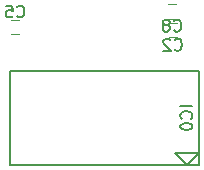
<source format=gbo>
G04 #@! TF.FileFunction,Legend,Bot*
%FSLAX46Y46*%
G04 Gerber Fmt 4.6, Leading zero omitted, Abs format (unit mm)*
G04 Created by KiCad (PCBNEW 4.0.7) date 01/09/18 02:40:13*
%MOMM*%
%LPD*%
G01*
G04 APERTURE LIST*
%ADD10C,0.100000*%
%ADD11C,0.150000*%
%ADD12C,0.120000*%
G04 APERTURE END LIST*
D10*
D11*
X190600000Y-88100000D02*
X191600000Y-87100000D01*
X191600000Y-87100000D02*
X189600000Y-87100000D01*
X189600000Y-87100000D02*
X190600000Y-88100000D01*
X191600000Y-88100000D02*
X191600000Y-80100000D01*
X191600000Y-80100000D02*
X175600000Y-80100000D01*
X175600000Y-80100000D02*
X175600000Y-88100000D01*
X175600000Y-88100000D02*
X191600000Y-88100000D01*
D12*
X189050000Y-77300000D02*
X189750000Y-77300000D01*
X189750000Y-76100000D02*
X189050000Y-76100000D01*
X176400000Y-75800000D02*
X175700000Y-75800000D01*
X175700000Y-77000000D02*
X176400000Y-77000000D01*
X189000000Y-75700000D02*
X189700000Y-75700000D01*
X189700000Y-74500000D02*
X189000000Y-74500000D01*
D11*
X191052381Y-83123810D02*
X190052381Y-83123810D01*
X190957143Y-84171429D02*
X191004762Y-84123810D01*
X191052381Y-83980953D01*
X191052381Y-83885715D01*
X191004762Y-83742857D01*
X190909524Y-83647619D01*
X190814286Y-83600000D01*
X190623810Y-83552381D01*
X190480952Y-83552381D01*
X190290476Y-83600000D01*
X190195238Y-83647619D01*
X190100000Y-83742857D01*
X190052381Y-83885715D01*
X190052381Y-83980953D01*
X190100000Y-84123810D01*
X190147619Y-84171429D01*
X190052381Y-84790476D02*
X190052381Y-84885715D01*
X190100000Y-84980953D01*
X190147619Y-85028572D01*
X190242857Y-85076191D01*
X190433333Y-85123810D01*
X190671429Y-85123810D01*
X190861905Y-85076191D01*
X190957143Y-85028572D01*
X191004762Y-84980953D01*
X191052381Y-84885715D01*
X191052381Y-84790476D01*
X191004762Y-84695238D01*
X190957143Y-84647619D01*
X190861905Y-84600000D01*
X190671429Y-84552381D01*
X190433333Y-84552381D01*
X190242857Y-84600000D01*
X190147619Y-84647619D01*
X190100000Y-84695238D01*
X190052381Y-84790476D01*
X189566666Y-78307143D02*
X189614285Y-78354762D01*
X189757142Y-78402381D01*
X189852380Y-78402381D01*
X189995238Y-78354762D01*
X190090476Y-78259524D01*
X190138095Y-78164286D01*
X190185714Y-77973810D01*
X190185714Y-77830952D01*
X190138095Y-77640476D01*
X190090476Y-77545238D01*
X189995238Y-77450000D01*
X189852380Y-77402381D01*
X189757142Y-77402381D01*
X189614285Y-77450000D01*
X189566666Y-77497619D01*
X189185714Y-77497619D02*
X189138095Y-77450000D01*
X189042857Y-77402381D01*
X188804761Y-77402381D01*
X188709523Y-77450000D01*
X188661904Y-77497619D01*
X188614285Y-77592857D01*
X188614285Y-77688095D01*
X188661904Y-77830952D01*
X189233333Y-78402381D01*
X188614285Y-78402381D01*
X176216666Y-75507143D02*
X176264285Y-75554762D01*
X176407142Y-75602381D01*
X176502380Y-75602381D01*
X176645238Y-75554762D01*
X176740476Y-75459524D01*
X176788095Y-75364286D01*
X176835714Y-75173810D01*
X176835714Y-75030952D01*
X176788095Y-74840476D01*
X176740476Y-74745238D01*
X176645238Y-74650000D01*
X176502380Y-74602381D01*
X176407142Y-74602381D01*
X176264285Y-74650000D01*
X176216666Y-74697619D01*
X175311904Y-74602381D02*
X175788095Y-74602381D01*
X175835714Y-75078571D01*
X175788095Y-75030952D01*
X175692857Y-74983333D01*
X175454761Y-74983333D01*
X175359523Y-75030952D01*
X175311904Y-75078571D01*
X175264285Y-75173810D01*
X175264285Y-75411905D01*
X175311904Y-75507143D01*
X175359523Y-75554762D01*
X175454761Y-75602381D01*
X175692857Y-75602381D01*
X175788095Y-75554762D01*
X175835714Y-75507143D01*
X189516666Y-76707143D02*
X189564285Y-76754762D01*
X189707142Y-76802381D01*
X189802380Y-76802381D01*
X189945238Y-76754762D01*
X190040476Y-76659524D01*
X190088095Y-76564286D01*
X190135714Y-76373810D01*
X190135714Y-76230952D01*
X190088095Y-76040476D01*
X190040476Y-75945238D01*
X189945238Y-75850000D01*
X189802380Y-75802381D01*
X189707142Y-75802381D01*
X189564285Y-75850000D01*
X189516666Y-75897619D01*
X188945238Y-76230952D02*
X189040476Y-76183333D01*
X189088095Y-76135714D01*
X189135714Y-76040476D01*
X189135714Y-75992857D01*
X189088095Y-75897619D01*
X189040476Y-75850000D01*
X188945238Y-75802381D01*
X188754761Y-75802381D01*
X188659523Y-75850000D01*
X188611904Y-75897619D01*
X188564285Y-75992857D01*
X188564285Y-76040476D01*
X188611904Y-76135714D01*
X188659523Y-76183333D01*
X188754761Y-76230952D01*
X188945238Y-76230952D01*
X189040476Y-76278571D01*
X189088095Y-76326190D01*
X189135714Y-76421429D01*
X189135714Y-76611905D01*
X189088095Y-76707143D01*
X189040476Y-76754762D01*
X188945238Y-76802381D01*
X188754761Y-76802381D01*
X188659523Y-76754762D01*
X188611904Y-76707143D01*
X188564285Y-76611905D01*
X188564285Y-76421429D01*
X188611904Y-76326190D01*
X188659523Y-76278571D01*
X188754761Y-76230952D01*
M02*

</source>
